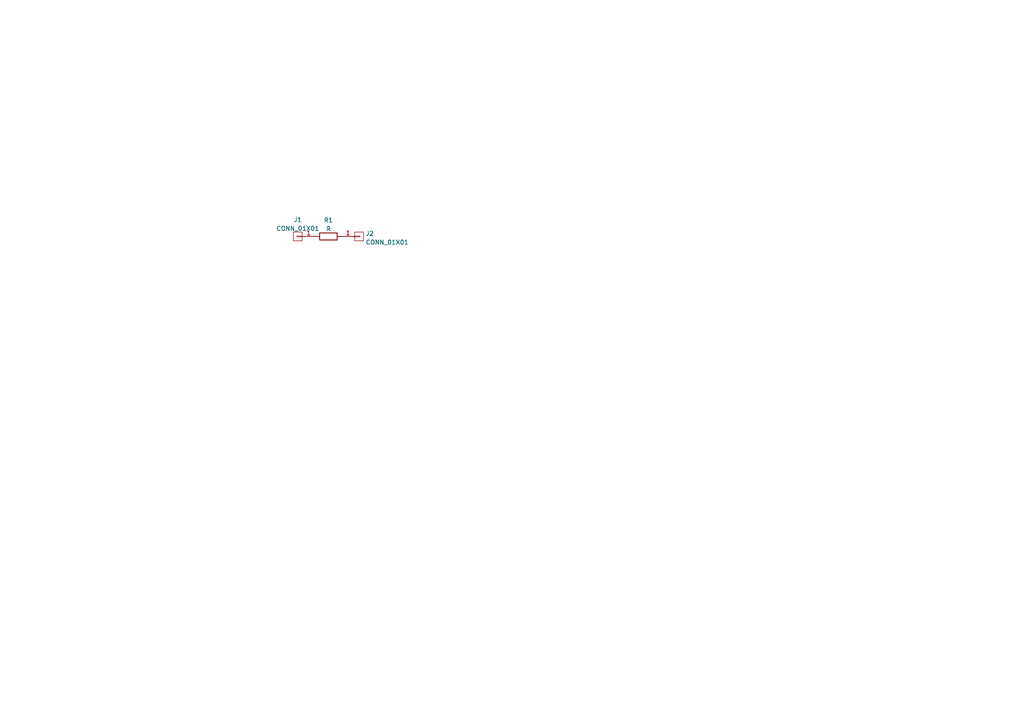
<source format=kicad_sch>
(kicad_sch (version 20211123) (generator eeschema)
  (paper "A4")
  (lib_symbols
    (symbol "conn:CONN_01X01" (pin_names (offset 1.016) hide)
      (property "Reference" "J" (at 0 2.54 0))
      (property "Value" "CONN_01X01" (at 2.54 0 90))
      (symbol "CONN_01X01_0_1"
        (rectangle (start -1.27 0.127) (end 0.254 -0.127))
        (rectangle (start -1.27 1.27) (end 1.27 -1.27))
      )
      (symbol "CONN_01X01_1_1"
        (pin passive line (at -5.08 0 0) (length 3.81) (name "P1") (number "1"))
      )
    )
    (symbol "device:R" (pin_numbers hide) (pin_names (offset 0))
      (property "Reference" "R" (at 2.032 0 90))
      (property "Value" "R" (at 0 0 90))
      (symbol "R_0_1"
        (rectangle (start -1.016 -2.54) (end 1.016 2.54) (stroke (width 0.254)))
      )
      (symbol "R_1_1"
        (pin passive line (at 0 3.81 270) (length 1.27) (name "~") (number "1"))
        (pin passive line (at 0 -3.81 90) (length 1.27) (name "~") (number "2"))
      )
    )
  )
  (symbol (lib_id "conn:CONN_01X01") (at 86.36 68.58 180) (unit 1)
    (property "Reference" "J1" (at 86.36 63.7372 0))
    (property "Value" "CONN_01X01" (at 86.36 66.2741 0))
    (property "Footprint" "azonenberg_pcb:EDGELAUNCH_350UM" (effects hide))
  )
  (symbol (lib_id "device:R") (at 95.25 68.58 90) (unit 1)
    (property "Reference" "R1" (at 95.25 63.8642 90))
    (property "Value" "R" (at 95.25 66.4011 90))
    (property "Footprint" "azonenberg_pcb:EIA_0402_RES_NOSILK_FLIPCHIP" (effects hide))
  )
  (symbol (lib_id "conn:CONN_01X01") (at 104.14 68.58 0) (unit 1)
    (property "Reference" "J2" (at 106.045 67.7453 0) (effects (justify left)))
    (property "Value" "CONN_01X01" (at 106.045 70.2822 0) (effects (justify left)))
    (property "Footprint" "azonenberg_pcb:EDGELAUNCH_350UM" (effects hide))
  )
)
</source>
